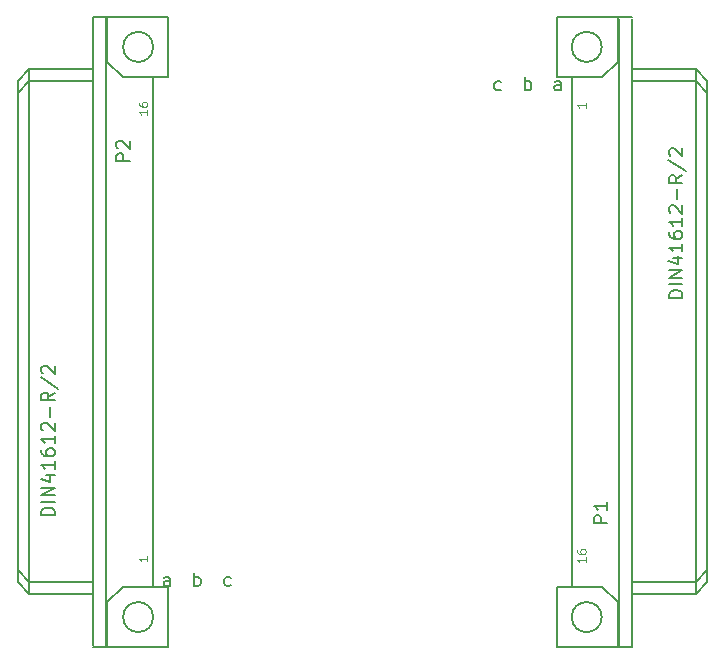
<source format=gto>
%TF.GenerationSoftware,KiCad,Pcbnew,8.0.6*%
%TF.CreationDate,2024-12-01T20:13:51+01:00*%
%TF.ProjectId,reverseExpansionPort,72657665-7273-4654-9578-70616e73696f,rev?*%
%TF.SameCoordinates,Original*%
%TF.FileFunction,Legend,Top*%
%TF.FilePolarity,Positive*%
%FSLAX46Y46*%
G04 Gerber Fmt 4.6, Leading zero omitted, Abs format (unit mm)*
G04 Created by KiCad (PCBNEW 8.0.6) date 2024-12-01 20:13:51*
%MOMM*%
%LPD*%
G01*
G04 APERTURE LIST*
%ADD10C,0.127000*%
%ADD11C,0.081280*%
%ADD12C,0.152400*%
%ADD13C,0.203200*%
G04 APERTURE END LIST*
D10*
X128952824Y-78242980D02*
X127809824Y-78242980D01*
X127809824Y-78242980D02*
X127809824Y-77807551D01*
X127809824Y-77807551D02*
X127864253Y-77698694D01*
X127864253Y-77698694D02*
X127918681Y-77644265D01*
X127918681Y-77644265D02*
X128027538Y-77589837D01*
X128027538Y-77589837D02*
X128190824Y-77589837D01*
X128190824Y-77589837D02*
X128299681Y-77644265D01*
X128299681Y-77644265D02*
X128354110Y-77698694D01*
X128354110Y-77698694D02*
X128408538Y-77807551D01*
X128408538Y-77807551D02*
X128408538Y-78242980D01*
X127918681Y-77154408D02*
X127864253Y-77099980D01*
X127864253Y-77099980D02*
X127809824Y-76991123D01*
X127809824Y-76991123D02*
X127809824Y-76718980D01*
X127809824Y-76718980D02*
X127864253Y-76610123D01*
X127864253Y-76610123D02*
X127918681Y-76555694D01*
X127918681Y-76555694D02*
X128027538Y-76501265D01*
X128027538Y-76501265D02*
X128136396Y-76501265D01*
X128136396Y-76501265D02*
X128299681Y-76555694D01*
X128299681Y-76555694D02*
X128952824Y-77208837D01*
X128952824Y-77208837D02*
X128952824Y-76501265D01*
X134409447Y-114220824D02*
X134409447Y-113077824D01*
X134409447Y-113513253D02*
X134518305Y-113458824D01*
X134518305Y-113458824D02*
X134736019Y-113458824D01*
X134736019Y-113458824D02*
X134844876Y-113513253D01*
X134844876Y-113513253D02*
X134899305Y-113567681D01*
X134899305Y-113567681D02*
X134953733Y-113676538D01*
X134953733Y-113676538D02*
X134953733Y-114003110D01*
X134953733Y-114003110D02*
X134899305Y-114111967D01*
X134899305Y-114111967D02*
X134844876Y-114166396D01*
X134844876Y-114166396D02*
X134736019Y-114220824D01*
X134736019Y-114220824D02*
X134518305Y-114220824D01*
X134518305Y-114220824D02*
X134409447Y-114166396D01*
X137493734Y-114166396D02*
X137384876Y-114220824D01*
X137384876Y-114220824D02*
X137167162Y-114220824D01*
X137167162Y-114220824D02*
X137058305Y-114166396D01*
X137058305Y-114166396D02*
X137003876Y-114111967D01*
X137003876Y-114111967D02*
X136949448Y-114003110D01*
X136949448Y-114003110D02*
X136949448Y-113676538D01*
X136949448Y-113676538D02*
X137003876Y-113567681D01*
X137003876Y-113567681D02*
X137058305Y-113513253D01*
X137058305Y-113513253D02*
X137167162Y-113458824D01*
X137167162Y-113458824D02*
X137384876Y-113458824D01*
X137384876Y-113458824D02*
X137493734Y-113513253D01*
D11*
X130429127Y-73914496D02*
X130429127Y-74332507D01*
X130429127Y-74123502D02*
X129697607Y-74123502D01*
X129697607Y-74123502D02*
X129802110Y-74193170D01*
X129802110Y-74193170D02*
X129871778Y-74262839D01*
X129871778Y-74262839D02*
X129906613Y-74332507D01*
X129697607Y-73287479D02*
X129697607Y-73426816D01*
X129697607Y-73426816D02*
X129732441Y-73496484D01*
X129732441Y-73496484D02*
X129767275Y-73531319D01*
X129767275Y-73531319D02*
X129871778Y-73600987D01*
X129871778Y-73600987D02*
X130011115Y-73635821D01*
X130011115Y-73635821D02*
X130289790Y-73635821D01*
X130289790Y-73635821D02*
X130359458Y-73600987D01*
X130359458Y-73600987D02*
X130394293Y-73566153D01*
X130394293Y-73566153D02*
X130429127Y-73496484D01*
X130429127Y-73496484D02*
X130429127Y-73357147D01*
X130429127Y-73357147D02*
X130394293Y-73287479D01*
X130394293Y-73287479D02*
X130359458Y-73252644D01*
X130359458Y-73252644D02*
X130289790Y-73217810D01*
X130289790Y-73217810D02*
X130115618Y-73217810D01*
X130115618Y-73217810D02*
X130045950Y-73252644D01*
X130045950Y-73252644D02*
X130011115Y-73287479D01*
X130011115Y-73287479D02*
X129976281Y-73357147D01*
X129976281Y-73357147D02*
X129976281Y-73496484D01*
X129976281Y-73496484D02*
X130011115Y-73566153D01*
X130011115Y-73566153D02*
X130045950Y-73600987D01*
X130045950Y-73600987D02*
X130115618Y-73635821D01*
X130429127Y-111698810D02*
X130429127Y-112116821D01*
X130429127Y-111907816D02*
X129697607Y-111907816D01*
X129697607Y-111907816D02*
X129802110Y-111977484D01*
X129802110Y-111977484D02*
X129871778Y-112047153D01*
X129871778Y-112047153D02*
X129906613Y-112116821D01*
D10*
X132359305Y-114220824D02*
X132359305Y-113622110D01*
X132359305Y-113622110D02*
X132304876Y-113513253D01*
X132304876Y-113513253D02*
X132196019Y-113458824D01*
X132196019Y-113458824D02*
X131978305Y-113458824D01*
X131978305Y-113458824D02*
X131869447Y-113513253D01*
X132359305Y-114166396D02*
X132250447Y-114220824D01*
X132250447Y-114220824D02*
X131978305Y-114220824D01*
X131978305Y-114220824D02*
X131869447Y-114166396D01*
X131869447Y-114166396D02*
X131815019Y-114057538D01*
X131815019Y-114057538D02*
X131815019Y-113948681D01*
X131815019Y-113948681D02*
X131869447Y-113839824D01*
X131869447Y-113839824D02*
X131978305Y-113785396D01*
X131978305Y-113785396D02*
X132250447Y-113785396D01*
X132250447Y-113785396D02*
X132359305Y-113730967D01*
X122602824Y-108233122D02*
X121459824Y-108233122D01*
X121459824Y-108233122D02*
X121459824Y-107960979D01*
X121459824Y-107960979D02*
X121514253Y-107797693D01*
X121514253Y-107797693D02*
X121623110Y-107688836D01*
X121623110Y-107688836D02*
X121731967Y-107634407D01*
X121731967Y-107634407D02*
X121949681Y-107579979D01*
X121949681Y-107579979D02*
X122112967Y-107579979D01*
X122112967Y-107579979D02*
X122330681Y-107634407D01*
X122330681Y-107634407D02*
X122439538Y-107688836D01*
X122439538Y-107688836D02*
X122548396Y-107797693D01*
X122548396Y-107797693D02*
X122602824Y-107960979D01*
X122602824Y-107960979D02*
X122602824Y-108233122D01*
X122602824Y-107090122D02*
X121459824Y-107090122D01*
X122602824Y-106545836D02*
X121459824Y-106545836D01*
X121459824Y-106545836D02*
X122602824Y-105892693D01*
X122602824Y-105892693D02*
X121459824Y-105892693D01*
X121840824Y-104858550D02*
X122602824Y-104858550D01*
X121405396Y-105130692D02*
X122221824Y-105402835D01*
X122221824Y-105402835D02*
X122221824Y-104695264D01*
X122602824Y-103661121D02*
X122602824Y-104314264D01*
X122602824Y-103987693D02*
X121459824Y-103987693D01*
X121459824Y-103987693D02*
X121623110Y-104096550D01*
X121623110Y-104096550D02*
X121731967Y-104205407D01*
X121731967Y-104205407D02*
X121786396Y-104314264D01*
X121459824Y-102681408D02*
X121459824Y-102899122D01*
X121459824Y-102899122D02*
X121514253Y-103007979D01*
X121514253Y-103007979D02*
X121568681Y-103062408D01*
X121568681Y-103062408D02*
X121731967Y-103171265D01*
X121731967Y-103171265D02*
X121949681Y-103225693D01*
X121949681Y-103225693D02*
X122385110Y-103225693D01*
X122385110Y-103225693D02*
X122493967Y-103171265D01*
X122493967Y-103171265D02*
X122548396Y-103116836D01*
X122548396Y-103116836D02*
X122602824Y-103007979D01*
X122602824Y-103007979D02*
X122602824Y-102790265D01*
X122602824Y-102790265D02*
X122548396Y-102681408D01*
X122548396Y-102681408D02*
X122493967Y-102626979D01*
X122493967Y-102626979D02*
X122385110Y-102572550D01*
X122385110Y-102572550D02*
X122112967Y-102572550D01*
X122112967Y-102572550D02*
X122004110Y-102626979D01*
X122004110Y-102626979D02*
X121949681Y-102681408D01*
X121949681Y-102681408D02*
X121895253Y-102790265D01*
X121895253Y-102790265D02*
X121895253Y-103007979D01*
X121895253Y-103007979D02*
X121949681Y-103116836D01*
X121949681Y-103116836D02*
X122004110Y-103171265D01*
X122004110Y-103171265D02*
X122112967Y-103225693D01*
X122602824Y-101483979D02*
X122602824Y-102137122D01*
X122602824Y-101810551D02*
X121459824Y-101810551D01*
X121459824Y-101810551D02*
X121623110Y-101919408D01*
X121623110Y-101919408D02*
X121731967Y-102028265D01*
X121731967Y-102028265D02*
X121786396Y-102137122D01*
X121568681Y-101048551D02*
X121514253Y-100994123D01*
X121514253Y-100994123D02*
X121459824Y-100885266D01*
X121459824Y-100885266D02*
X121459824Y-100613123D01*
X121459824Y-100613123D02*
X121514253Y-100504266D01*
X121514253Y-100504266D02*
X121568681Y-100449837D01*
X121568681Y-100449837D02*
X121677538Y-100395408D01*
X121677538Y-100395408D02*
X121786396Y-100395408D01*
X121786396Y-100395408D02*
X121949681Y-100449837D01*
X121949681Y-100449837D02*
X122602824Y-101102980D01*
X122602824Y-101102980D02*
X122602824Y-100395408D01*
X122167396Y-99905552D02*
X122167396Y-99034695D01*
X122602824Y-97837266D02*
X122058538Y-98218266D01*
X122602824Y-98490409D02*
X121459824Y-98490409D01*
X121459824Y-98490409D02*
X121459824Y-98054980D01*
X121459824Y-98054980D02*
X121514253Y-97946123D01*
X121514253Y-97946123D02*
X121568681Y-97891694D01*
X121568681Y-97891694D02*
X121677538Y-97837266D01*
X121677538Y-97837266D02*
X121840824Y-97837266D01*
X121840824Y-97837266D02*
X121949681Y-97891694D01*
X121949681Y-97891694D02*
X122004110Y-97946123D01*
X122004110Y-97946123D02*
X122058538Y-98054980D01*
X122058538Y-98054980D02*
X122058538Y-98490409D01*
X121405396Y-96530980D02*
X122874967Y-97510694D01*
X121568681Y-96204408D02*
X121514253Y-96149980D01*
X121514253Y-96149980D02*
X121459824Y-96041123D01*
X121459824Y-96041123D02*
X121459824Y-95768980D01*
X121459824Y-95768980D02*
X121514253Y-95660123D01*
X121514253Y-95660123D02*
X121568681Y-95605694D01*
X121568681Y-95605694D02*
X121677538Y-95551265D01*
X121677538Y-95551265D02*
X121786396Y-95551265D01*
X121786396Y-95551265D02*
X121949681Y-95605694D01*
X121949681Y-95605694D02*
X122602824Y-96258837D01*
X122602824Y-96258837D02*
X122602824Y-95551265D01*
X169398514Y-108864305D02*
X168255514Y-108864305D01*
X168255514Y-108864305D02*
X168255514Y-108428876D01*
X168255514Y-108428876D02*
X168309943Y-108320019D01*
X168309943Y-108320019D02*
X168364371Y-108265590D01*
X168364371Y-108265590D02*
X168473228Y-108211162D01*
X168473228Y-108211162D02*
X168636514Y-108211162D01*
X168636514Y-108211162D02*
X168745371Y-108265590D01*
X168745371Y-108265590D02*
X168799800Y-108320019D01*
X168799800Y-108320019D02*
X168854228Y-108428876D01*
X168854228Y-108428876D02*
X168854228Y-108864305D01*
X169398514Y-107122590D02*
X169398514Y-107775733D01*
X169398514Y-107449162D02*
X168255514Y-107449162D01*
X168255514Y-107449162D02*
X168418800Y-107558019D01*
X168418800Y-107558019D02*
X168527657Y-107666876D01*
X168527657Y-107666876D02*
X168582086Y-107775733D01*
X165437552Y-72243514D02*
X165437552Y-71644800D01*
X165437552Y-71644800D02*
X165383123Y-71535943D01*
X165383123Y-71535943D02*
X165274266Y-71481514D01*
X165274266Y-71481514D02*
X165056552Y-71481514D01*
X165056552Y-71481514D02*
X164947694Y-71535943D01*
X165437552Y-72189086D02*
X165328694Y-72243514D01*
X165328694Y-72243514D02*
X165056552Y-72243514D01*
X165056552Y-72243514D02*
X164947694Y-72189086D01*
X164947694Y-72189086D02*
X164893266Y-72080228D01*
X164893266Y-72080228D02*
X164893266Y-71971371D01*
X164893266Y-71971371D02*
X164947694Y-71862514D01*
X164947694Y-71862514D02*
X165056552Y-71808086D01*
X165056552Y-71808086D02*
X165328694Y-71808086D01*
X165328694Y-71808086D02*
X165437552Y-71753657D01*
X162407694Y-72243514D02*
X162407694Y-71100514D01*
X162407694Y-71535943D02*
X162516552Y-71481514D01*
X162516552Y-71481514D02*
X162734266Y-71481514D01*
X162734266Y-71481514D02*
X162843123Y-71535943D01*
X162843123Y-71535943D02*
X162897552Y-71590371D01*
X162897552Y-71590371D02*
X162951980Y-71699228D01*
X162951980Y-71699228D02*
X162951980Y-72025800D01*
X162951980Y-72025800D02*
X162897552Y-72134657D01*
X162897552Y-72134657D02*
X162843123Y-72189086D01*
X162843123Y-72189086D02*
X162734266Y-72243514D01*
X162734266Y-72243514D02*
X162516552Y-72243514D01*
X162516552Y-72243514D02*
X162407694Y-72189086D01*
D11*
X167546249Y-111784178D02*
X167546249Y-112202189D01*
X167546249Y-111993184D02*
X166814729Y-111993184D01*
X166814729Y-111993184D02*
X166919232Y-112062852D01*
X166919232Y-112062852D02*
X166988900Y-112132521D01*
X166988900Y-112132521D02*
X167023735Y-112202189D01*
X166814729Y-111157161D02*
X166814729Y-111296498D01*
X166814729Y-111296498D02*
X166849563Y-111366166D01*
X166849563Y-111366166D02*
X166884397Y-111401001D01*
X166884397Y-111401001D02*
X166988900Y-111470669D01*
X166988900Y-111470669D02*
X167128237Y-111505503D01*
X167128237Y-111505503D02*
X167406912Y-111505503D01*
X167406912Y-111505503D02*
X167476580Y-111470669D01*
X167476580Y-111470669D02*
X167511415Y-111435835D01*
X167511415Y-111435835D02*
X167546249Y-111366166D01*
X167546249Y-111366166D02*
X167546249Y-111226829D01*
X167546249Y-111226829D02*
X167511415Y-111157161D01*
X167511415Y-111157161D02*
X167476580Y-111122326D01*
X167476580Y-111122326D02*
X167406912Y-111087492D01*
X167406912Y-111087492D02*
X167232740Y-111087492D01*
X167232740Y-111087492D02*
X167163072Y-111122326D01*
X167163072Y-111122326D02*
X167128237Y-111157161D01*
X167128237Y-111157161D02*
X167093403Y-111226829D01*
X167093403Y-111226829D02*
X167093403Y-111366166D01*
X167093403Y-111366166D02*
X167128237Y-111435835D01*
X167128237Y-111435835D02*
X167163072Y-111470669D01*
X167163072Y-111470669D02*
X167232740Y-111505503D01*
D10*
X160357552Y-72189086D02*
X160248694Y-72243514D01*
X160248694Y-72243514D02*
X160030980Y-72243514D01*
X160030980Y-72243514D02*
X159922123Y-72189086D01*
X159922123Y-72189086D02*
X159867694Y-72134657D01*
X159867694Y-72134657D02*
X159813266Y-72025800D01*
X159813266Y-72025800D02*
X159813266Y-71699228D01*
X159813266Y-71699228D02*
X159867694Y-71590371D01*
X159867694Y-71590371D02*
X159922123Y-71535943D01*
X159922123Y-71535943D02*
X160030980Y-71481514D01*
X160030980Y-71481514D02*
X160248694Y-71481514D01*
X160248694Y-71481514D02*
X160357552Y-71535943D01*
D11*
X167546249Y-73303178D02*
X167546249Y-73721189D01*
X167546249Y-73512184D02*
X166814729Y-73512184D01*
X166814729Y-73512184D02*
X166919232Y-73581852D01*
X166919232Y-73581852D02*
X166988900Y-73651521D01*
X166988900Y-73651521D02*
X167023735Y-73721189D01*
D10*
X175748514Y-89814305D02*
X174605514Y-89814305D01*
X174605514Y-89814305D02*
X174605514Y-89542162D01*
X174605514Y-89542162D02*
X174659943Y-89378876D01*
X174659943Y-89378876D02*
X174768800Y-89270019D01*
X174768800Y-89270019D02*
X174877657Y-89215590D01*
X174877657Y-89215590D02*
X175095371Y-89161162D01*
X175095371Y-89161162D02*
X175258657Y-89161162D01*
X175258657Y-89161162D02*
X175476371Y-89215590D01*
X175476371Y-89215590D02*
X175585228Y-89270019D01*
X175585228Y-89270019D02*
X175694086Y-89378876D01*
X175694086Y-89378876D02*
X175748514Y-89542162D01*
X175748514Y-89542162D02*
X175748514Y-89814305D01*
X175748514Y-88671305D02*
X174605514Y-88671305D01*
X175748514Y-88127019D02*
X174605514Y-88127019D01*
X174605514Y-88127019D02*
X175748514Y-87473876D01*
X175748514Y-87473876D02*
X174605514Y-87473876D01*
X174986514Y-86439733D02*
X175748514Y-86439733D01*
X174551086Y-86711875D02*
X175367514Y-86984018D01*
X175367514Y-86984018D02*
X175367514Y-86276447D01*
X175748514Y-85242304D02*
X175748514Y-85895447D01*
X175748514Y-85568876D02*
X174605514Y-85568876D01*
X174605514Y-85568876D02*
X174768800Y-85677733D01*
X174768800Y-85677733D02*
X174877657Y-85786590D01*
X174877657Y-85786590D02*
X174932086Y-85895447D01*
X174605514Y-84262591D02*
X174605514Y-84480305D01*
X174605514Y-84480305D02*
X174659943Y-84589162D01*
X174659943Y-84589162D02*
X174714371Y-84643591D01*
X174714371Y-84643591D02*
X174877657Y-84752448D01*
X174877657Y-84752448D02*
X175095371Y-84806876D01*
X175095371Y-84806876D02*
X175530800Y-84806876D01*
X175530800Y-84806876D02*
X175639657Y-84752448D01*
X175639657Y-84752448D02*
X175694086Y-84698019D01*
X175694086Y-84698019D02*
X175748514Y-84589162D01*
X175748514Y-84589162D02*
X175748514Y-84371448D01*
X175748514Y-84371448D02*
X175694086Y-84262591D01*
X175694086Y-84262591D02*
X175639657Y-84208162D01*
X175639657Y-84208162D02*
X175530800Y-84153733D01*
X175530800Y-84153733D02*
X175258657Y-84153733D01*
X175258657Y-84153733D02*
X175149800Y-84208162D01*
X175149800Y-84208162D02*
X175095371Y-84262591D01*
X175095371Y-84262591D02*
X175040943Y-84371448D01*
X175040943Y-84371448D02*
X175040943Y-84589162D01*
X175040943Y-84589162D02*
X175095371Y-84698019D01*
X175095371Y-84698019D02*
X175149800Y-84752448D01*
X175149800Y-84752448D02*
X175258657Y-84806876D01*
X175748514Y-83065162D02*
X175748514Y-83718305D01*
X175748514Y-83391734D02*
X174605514Y-83391734D01*
X174605514Y-83391734D02*
X174768800Y-83500591D01*
X174768800Y-83500591D02*
X174877657Y-83609448D01*
X174877657Y-83609448D02*
X174932086Y-83718305D01*
X174714371Y-82629734D02*
X174659943Y-82575306D01*
X174659943Y-82575306D02*
X174605514Y-82466449D01*
X174605514Y-82466449D02*
X174605514Y-82194306D01*
X174605514Y-82194306D02*
X174659943Y-82085449D01*
X174659943Y-82085449D02*
X174714371Y-82031020D01*
X174714371Y-82031020D02*
X174823228Y-81976591D01*
X174823228Y-81976591D02*
X174932086Y-81976591D01*
X174932086Y-81976591D02*
X175095371Y-82031020D01*
X175095371Y-82031020D02*
X175748514Y-82684163D01*
X175748514Y-82684163D02*
X175748514Y-81976591D01*
X175313086Y-81486735D02*
X175313086Y-80615878D01*
X175748514Y-79418449D02*
X175204228Y-79799449D01*
X175748514Y-80071592D02*
X174605514Y-80071592D01*
X174605514Y-80071592D02*
X174605514Y-79636163D01*
X174605514Y-79636163D02*
X174659943Y-79527306D01*
X174659943Y-79527306D02*
X174714371Y-79472877D01*
X174714371Y-79472877D02*
X174823228Y-79418449D01*
X174823228Y-79418449D02*
X174986514Y-79418449D01*
X174986514Y-79418449D02*
X175095371Y-79472877D01*
X175095371Y-79472877D02*
X175149800Y-79527306D01*
X175149800Y-79527306D02*
X175204228Y-79636163D01*
X175204228Y-79636163D02*
X175204228Y-80071592D01*
X174551086Y-78112163D02*
X176020657Y-79091877D01*
X174714371Y-77785591D02*
X174659943Y-77731163D01*
X174659943Y-77731163D02*
X174605514Y-77622306D01*
X174605514Y-77622306D02*
X174605514Y-77350163D01*
X174605514Y-77350163D02*
X174659943Y-77241306D01*
X174659943Y-77241306D02*
X174714371Y-77186877D01*
X174714371Y-77186877D02*
X174823228Y-77132448D01*
X174823228Y-77132448D02*
X174932086Y-77132448D01*
X174932086Y-77132448D02*
X175095371Y-77186877D01*
X175095371Y-77186877D02*
X175748514Y-77840020D01*
X175748514Y-77840020D02*
X175748514Y-77132448D01*
D12*
%TO.C,P2*%
X119507000Y-71501000D02*
X119507000Y-72517000D01*
X119507000Y-72517000D02*
X119507000Y-112903000D01*
X119507000Y-112903000D02*
X119507000Y-113919000D01*
X119507000Y-112903000D02*
X120396000Y-113919000D01*
X119507000Y-113919000D02*
X120396000Y-114935000D01*
X120396000Y-70485000D02*
X119507000Y-71501000D01*
X120396000Y-70485000D02*
X120396000Y-71501000D01*
X120396000Y-70485000D02*
X125857000Y-70485000D01*
X120396000Y-71501000D02*
X119507000Y-72517000D01*
X120396000Y-71501000D02*
X120396000Y-113919000D01*
X120396000Y-113919000D02*
X120396000Y-114935000D01*
X120396000Y-113919000D02*
X125730000Y-113919000D01*
X125730000Y-71501000D02*
X120396000Y-71501000D01*
X125857000Y-114935000D02*
X120396000Y-114935000D01*
D13*
X125867000Y-66043000D02*
X125867000Y-119250000D01*
X126907000Y-119250000D02*
X126907000Y-66043000D01*
X127000000Y-66040000D02*
X125857000Y-66040000D01*
X127000000Y-69850000D02*
X127000000Y-66040000D01*
X127000000Y-115570000D02*
X127000000Y-119253000D01*
X128397000Y-71120000D02*
X127000000Y-69850000D01*
X128397000Y-114300000D02*
X127000000Y-115570000D01*
X130937000Y-71120000D02*
X128397000Y-71120000D01*
X130937000Y-114300000D02*
X128397000Y-114300000D01*
X130937000Y-114300000D02*
X130937000Y-71120000D01*
X132207000Y-66040000D02*
X127000000Y-66040000D01*
X132207000Y-66040000D02*
X132207000Y-71120000D01*
X132207000Y-71120000D02*
X130937000Y-71120000D01*
X132207000Y-114300000D02*
X130937000Y-114300000D01*
X132207000Y-119340100D02*
X125857000Y-119340000D01*
X132207000Y-119340100D02*
X132207000Y-114300000D01*
X132207000Y-119379900D02*
X132207000Y-119340100D01*
D12*
X130937000Y-68573600D02*
G75*
G02*
X128397000Y-68573600I-1270000J0D01*
G01*
X128397000Y-68573600D02*
G75*
G02*
X130937000Y-68573600I1270000J0D01*
G01*
X130937000Y-116846400D02*
G75*
G02*
X128397000Y-116846400I-1270000J0D01*
G01*
X128397000Y-116846400D02*
G75*
G02*
X130937000Y-116846400I1270000J0D01*
G01*
D13*
%TO.C,P1*%
X165100000Y-66040100D02*
X165100000Y-66079900D01*
X165100000Y-66079900D02*
X165100000Y-71120000D01*
X165100000Y-66079900D02*
X171450000Y-66080000D01*
X165100000Y-71120000D02*
X166370000Y-71120000D01*
X165100000Y-114300000D02*
X166370000Y-114300000D01*
X165100000Y-119380000D02*
X165100000Y-114300000D01*
X165100000Y-119380000D02*
X170307000Y-119380000D01*
X166370000Y-71120000D02*
X166370000Y-114300000D01*
X166370000Y-71120000D02*
X168910000Y-71120000D01*
X166370000Y-114300000D02*
X168910000Y-114300000D01*
X168910000Y-71120000D02*
X170307000Y-69850000D01*
X168910000Y-114300000D02*
X170307000Y-115570000D01*
X170307000Y-69850000D02*
X170307000Y-66167000D01*
X170307000Y-115570000D02*
X170307000Y-119380000D01*
X170307000Y-119380000D02*
X171450000Y-119380000D01*
X170400000Y-66170000D02*
X170400000Y-119377000D01*
X171440000Y-119377000D02*
X171440000Y-66170000D01*
D12*
X171450000Y-70485000D02*
X176911000Y-70485000D01*
X171577000Y-113919000D02*
X176911000Y-113919000D01*
X176911000Y-71501000D02*
X171577000Y-71501000D01*
X176911000Y-71501000D02*
X176911000Y-70485000D01*
X176911000Y-113919000D02*
X176911000Y-71501000D01*
X176911000Y-113919000D02*
X177800000Y-112903000D01*
X176911000Y-114935000D02*
X171450000Y-114935000D01*
X176911000Y-114935000D02*
X176911000Y-113919000D01*
X176911000Y-114935000D02*
X177800000Y-113919000D01*
X177800000Y-71501000D02*
X176911000Y-70485000D01*
X177800000Y-72517000D02*
X176911000Y-71501000D01*
X177800000Y-72517000D02*
X177800000Y-71501000D01*
X177800000Y-112903000D02*
X177800000Y-72517000D01*
X177800000Y-113919000D02*
X177800000Y-112903000D01*
X168910000Y-68573600D02*
G75*
G02*
X166370000Y-68573600I-1270000J0D01*
G01*
X166370000Y-68573600D02*
G75*
G02*
X168910000Y-68573600I1270000J0D01*
G01*
X168910000Y-116846400D02*
G75*
G02*
X166370000Y-116846400I-1270000J0D01*
G01*
X166370000Y-116846400D02*
G75*
G02*
X168910000Y-116846400I1270000J0D01*
G01*
%TD*%
M02*

</source>
